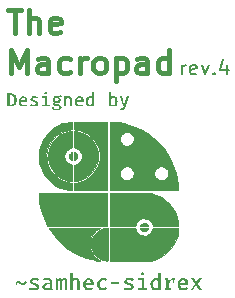
<source format=gto>
G04 #@! TF.GenerationSoftware,KiCad,Pcbnew,(5.1.10-1-10_14)*
G04 #@! TF.CreationDate,2021-09-20T16:01:33+08:00*
G04 #@! TF.ProjectId,SMP top plate v.2 ,534d5020-746f-4702-9070-6c6174652076,rev?*
G04 #@! TF.SameCoordinates,Original*
G04 #@! TF.FileFunction,Legend,Top*
G04 #@! TF.FilePolarity,Positive*
%FSLAX46Y46*%
G04 Gerber Fmt 4.6, Leading zero omitted, Abs format (unit mm)*
G04 Created by KiCad (PCBNEW (5.1.10-1-10_14)) date 2021-09-20 16:01:33*
%MOMM*%
%LPD*%
G01*
G04 APERTURE LIST*
%ADD10C,0.400000*%
%ADD11C,0.200000*%
%ADD12C,0.100000*%
%ADD13C,0.010000*%
%ADD14C,1.000000*%
%ADD15C,6.400000*%
%ADD16C,3.600000*%
G04 APERTURE END LIST*
D10*
X98212536Y-104903301D02*
X99355393Y-104903301D01*
X98783964Y-106903301D02*
X98783964Y-104903301D01*
X100022060Y-106903301D02*
X100022060Y-104903301D01*
X100879202Y-106903301D02*
X100879202Y-105855682D01*
X100783964Y-105665206D01*
X100593488Y-105569968D01*
X100307774Y-105569968D01*
X100117298Y-105665206D01*
X100022060Y-105760444D01*
X102593488Y-106808063D02*
X102403012Y-106903301D01*
X102022060Y-106903301D01*
X101831583Y-106808063D01*
X101736345Y-106617587D01*
X101736345Y-105855682D01*
X101831583Y-105665206D01*
X102022060Y-105569968D01*
X102403012Y-105569968D01*
X102593488Y-105665206D01*
X102688726Y-105855682D01*
X102688726Y-106046159D01*
X101736345Y-106236635D01*
X98498250Y-110303301D02*
X98498250Y-108303301D01*
X99164917Y-109731873D01*
X99831583Y-108303301D01*
X99831583Y-110303301D01*
X101641107Y-110303301D02*
X101641107Y-109255682D01*
X101545869Y-109065206D01*
X101355393Y-108969968D01*
X100974440Y-108969968D01*
X100783964Y-109065206D01*
X101641107Y-110208063D02*
X101450631Y-110303301D01*
X100974440Y-110303301D01*
X100783964Y-110208063D01*
X100688726Y-110017587D01*
X100688726Y-109827111D01*
X100783964Y-109636635D01*
X100974440Y-109541397D01*
X101450631Y-109541397D01*
X101641107Y-109446159D01*
X103450631Y-110208063D02*
X103260155Y-110303301D01*
X102879202Y-110303301D01*
X102688726Y-110208063D01*
X102593488Y-110112825D01*
X102498250Y-109922349D01*
X102498250Y-109350920D01*
X102593488Y-109160444D01*
X102688726Y-109065206D01*
X102879202Y-108969968D01*
X103260155Y-108969968D01*
X103450631Y-109065206D01*
X104307774Y-110303301D02*
X104307774Y-108969968D01*
X104307774Y-109350920D02*
X104403012Y-109160444D01*
X104498250Y-109065206D01*
X104688726Y-108969968D01*
X104879202Y-108969968D01*
X105831583Y-110303301D02*
X105641107Y-110208063D01*
X105545869Y-110112825D01*
X105450631Y-109922349D01*
X105450631Y-109350920D01*
X105545869Y-109160444D01*
X105641107Y-109065206D01*
X105831583Y-108969968D01*
X106117298Y-108969968D01*
X106307774Y-109065206D01*
X106403012Y-109160444D01*
X106498250Y-109350920D01*
X106498250Y-109922349D01*
X106403012Y-110112825D01*
X106307774Y-110208063D01*
X106117298Y-110303301D01*
X105831583Y-110303301D01*
X107355393Y-108969968D02*
X107355393Y-110969968D01*
X107355393Y-109065206D02*
X107545869Y-108969968D01*
X107926821Y-108969968D01*
X108117298Y-109065206D01*
X108212536Y-109160444D01*
X108307774Y-109350920D01*
X108307774Y-109922349D01*
X108212536Y-110112825D01*
X108117298Y-110208063D01*
X107926821Y-110303301D01*
X107545869Y-110303301D01*
X107355393Y-110208063D01*
X110022060Y-110303301D02*
X110022060Y-109255682D01*
X109926821Y-109065206D01*
X109736345Y-108969968D01*
X109355393Y-108969968D01*
X109164917Y-109065206D01*
X110022060Y-110208063D02*
X109831583Y-110303301D01*
X109355393Y-110303301D01*
X109164917Y-110208063D01*
X109069679Y-110017587D01*
X109069679Y-109827111D01*
X109164917Y-109636635D01*
X109355393Y-109541397D01*
X109831583Y-109541397D01*
X110022060Y-109446159D01*
X111831583Y-110303301D02*
X111831583Y-108303301D01*
X111831583Y-110208063D02*
X111641107Y-110303301D01*
X111260155Y-110303301D01*
X111069679Y-110208063D01*
X110974440Y-110112825D01*
X110879202Y-109922349D01*
X110879202Y-109350920D01*
X110974440Y-109160444D01*
X111069679Y-109065206D01*
X111260155Y-108969968D01*
X111641107Y-108969968D01*
X111831583Y-109065206D01*
D11*
X112962294Y-110372457D02*
X112962294Y-109572457D01*
X112962294Y-109801028D02*
X113019437Y-109686742D01*
X113076580Y-109629600D01*
X113190865Y-109572457D01*
X113305151Y-109572457D01*
X114162294Y-110315314D02*
X114048008Y-110372457D01*
X113819437Y-110372457D01*
X113705151Y-110315314D01*
X113648008Y-110201028D01*
X113648008Y-109743885D01*
X113705151Y-109629600D01*
X113819437Y-109572457D01*
X114048008Y-109572457D01*
X114162294Y-109629600D01*
X114219437Y-109743885D01*
X114219437Y-109858171D01*
X113648008Y-109972457D01*
X114619437Y-109572457D02*
X114905151Y-110372457D01*
X115190865Y-109572457D01*
X115648008Y-110258171D02*
X115705151Y-110315314D01*
X115648008Y-110372457D01*
X115590865Y-110315314D01*
X115648008Y-110258171D01*
X115648008Y-110372457D01*
X116733722Y-109572457D02*
X116733722Y-110372457D01*
X116448008Y-109115314D02*
X116162294Y-109972457D01*
X116905151Y-109972457D01*
D12*
G36*
X109729905Y-127272415D02*
G01*
X109690853Y-127367665D01*
X109590840Y-127405765D01*
X109489875Y-127367665D01*
X109451775Y-127272415D01*
X109490828Y-127175260D01*
X109590840Y-127137160D01*
X109690853Y-127176212D01*
X109729905Y-127272415D01*
G37*
G36*
X106960035Y-127952500D02*
G01*
X107649645Y-127952500D01*
X107649645Y-128127760D01*
X106960035Y-128127760D01*
X106960035Y-127952500D01*
G37*
G36*
X99353370Y-127963930D02*
G01*
X99429570Y-128023938D01*
X99492435Y-128042035D01*
X99589590Y-128002030D01*
X99673410Y-127885825D01*
X99808665Y-127950595D01*
X99744609Y-128061085D01*
X99674362Y-128144905D01*
X99590781Y-128197769D01*
X99486720Y-128215390D01*
X99370515Y-128186815D01*
X99260025Y-128104900D01*
X99182872Y-128044893D01*
X99115245Y-128024890D01*
X99018090Y-128064895D01*
X98934270Y-128181100D01*
X98799015Y-128116330D01*
X98863071Y-128007031D01*
X98933317Y-127922973D01*
X99016899Y-127869394D01*
X99120960Y-127851535D01*
X99240975Y-127880110D01*
X99353370Y-127963930D01*
G37*
G36*
X109737525Y-128480185D02*
G01*
X110011845Y-128480185D01*
X110011845Y-128636395D01*
X109225080Y-128636395D01*
X109225080Y-128480185D01*
X109524165Y-128480185D01*
X109524165Y-127786765D01*
X109234605Y-127786765D01*
X109234605Y-127630555D01*
X109737525Y-127630555D01*
X109737525Y-128480185D01*
G37*
G36*
X112339755Y-127630555D02*
G01*
X112303560Y-128002030D01*
X112151160Y-128002030D01*
X112151160Y-127796290D01*
X112053291Y-127818197D01*
X111969233Y-127880110D01*
X111899938Y-127978694D01*
X111846360Y-128110615D01*
X111846360Y-128483995D01*
X112048290Y-128483995D01*
X112048290Y-128636395D01*
X111484410Y-128636395D01*
X111484410Y-128483995D01*
X111633000Y-128483995D01*
X111633000Y-127782955D01*
X111484410Y-127782955D01*
X111484410Y-127630555D01*
X111794925Y-127630555D01*
X111833025Y-127862965D01*
X111898509Y-127749856D01*
X111976853Y-127669607D01*
X112071864Y-127621744D01*
X112187355Y-127605790D01*
X112339755Y-127630555D01*
G37*
G36*
X106493310Y-128400175D02*
G01*
X106590465Y-128537335D01*
X106517122Y-128588532D01*
X106430445Y-128627823D01*
X106335671Y-128652826D01*
X106238040Y-128661160D01*
X106095588Y-128645391D01*
X105975573Y-128598083D01*
X105877995Y-128519238D01*
X105806028Y-128413933D01*
X105762848Y-128287251D01*
X105748455Y-128139190D01*
X105763219Y-127993219D01*
X105807510Y-127863917D01*
X105879662Y-127755809D01*
X105978007Y-127673417D01*
X106099689Y-127621268D01*
X106241850Y-127603885D01*
X106369485Y-127617432D01*
X106485690Y-127658072D01*
X106590465Y-127725805D01*
X106491405Y-127859155D01*
X106369009Y-127796290D01*
X106245660Y-127775335D01*
X106133265Y-127797957D01*
X106047540Y-127865822D01*
X105993247Y-127979408D01*
X105975150Y-128139190D01*
X105993247Y-128294448D01*
X106047540Y-128402080D01*
X106133265Y-128464945D01*
X106245660Y-128485900D01*
X106367580Y-128464469D01*
X106493310Y-128400175D01*
G37*
G36*
X108628815Y-128363980D02*
G01*
X108611670Y-128292543D01*
X108543090Y-128241108D01*
X108478796Y-128216581D01*
X108388785Y-128190625D01*
X108243767Y-128142762D01*
X108140183Y-128082993D01*
X108078032Y-128002744D01*
X108057315Y-127893445D01*
X108084461Y-127775097D01*
X108165900Y-127682942D01*
X108246757Y-127639022D01*
X108344547Y-127612669D01*
X108459270Y-127603885D01*
X108600875Y-127616797D01*
X108728510Y-127655532D01*
X108842175Y-127720090D01*
X108750735Y-127855345D01*
X108611670Y-127788194D01*
X108464985Y-127765810D01*
X108322110Y-127793432D01*
X108274485Y-127876300D01*
X108296393Y-127939165D01*
X108371640Y-127985838D01*
X108437839Y-128009412D01*
X108529755Y-128036320D01*
X108672868Y-128087279D01*
X108774547Y-128148715D01*
X108835269Y-128232059D01*
X108855510Y-128348740D01*
X108823601Y-128484233D01*
X108727875Y-128582103D01*
X108636012Y-128626023D01*
X108530602Y-128652376D01*
X108411645Y-128661160D01*
X108254800Y-128645497D01*
X108117005Y-128598507D01*
X107998260Y-128520190D01*
X108110655Y-128390650D01*
X108177092Y-128435179D01*
X108250673Y-128469708D01*
X108329492Y-128491853D01*
X108411645Y-128499235D01*
X108501894Y-128490186D01*
X108570713Y-128463040D01*
X108628815Y-128363980D01*
G37*
G36*
X100627815Y-128363980D02*
G01*
X100610670Y-128292543D01*
X100542090Y-128241108D01*
X100477796Y-128216581D01*
X100387785Y-128190625D01*
X100242767Y-128142762D01*
X100139182Y-128082993D01*
X100077032Y-128002744D01*
X100056315Y-127893445D01*
X100083461Y-127775097D01*
X100164900Y-127682942D01*
X100245757Y-127639022D01*
X100343547Y-127612669D01*
X100458270Y-127603885D01*
X100599875Y-127616797D01*
X100727510Y-127655532D01*
X100841175Y-127720090D01*
X100749735Y-127855345D01*
X100610670Y-127788194D01*
X100463985Y-127765810D01*
X100321110Y-127793432D01*
X100273485Y-127876300D01*
X100295392Y-127939165D01*
X100370640Y-127985838D01*
X100436839Y-128009412D01*
X100528755Y-128036320D01*
X100671868Y-128087279D01*
X100773547Y-128148715D01*
X100834269Y-128232059D01*
X100854510Y-128348740D01*
X100822601Y-128484233D01*
X100726875Y-128582103D01*
X100635012Y-128626023D01*
X100529602Y-128652376D01*
X100410645Y-128661160D01*
X100253800Y-128645497D01*
X100116005Y-128598507D01*
X99997260Y-128520190D01*
X100109655Y-128390650D01*
X100176092Y-128435179D01*
X100249672Y-128469708D01*
X100328492Y-128491853D01*
X100410645Y-128499235D01*
X100500894Y-128490186D01*
X100569712Y-128463040D01*
X100627815Y-128363980D01*
G37*
G36*
X113069370Y-128495425D02*
G01*
X113203673Y-128473518D01*
X113334165Y-128407795D01*
X113425605Y-128537335D01*
X113348929Y-128589723D01*
X113259870Y-128628775D01*
X113162239Y-128653064D01*
X113059845Y-128661160D01*
X112917605Y-128645179D01*
X112798225Y-128597237D01*
X112701705Y-128517333D01*
X112630797Y-128410758D01*
X112588252Y-128282806D01*
X112574070Y-128133475D01*
X112587881Y-127990362D01*
X112629315Y-127862012D01*
X112696943Y-127754142D01*
X112789335Y-127672465D01*
X112902683Y-127621030D01*
X113033175Y-127603885D01*
X113157318Y-127618807D01*
X113263045Y-127663575D01*
X113350358Y-127738187D01*
X113415445Y-127838835D01*
X113454498Y-127961708D01*
X113467515Y-128106805D01*
X113461800Y-128202055D01*
X112793145Y-128057275D01*
X113259870Y-128057275D01*
X113242725Y-127931069D01*
X113198910Y-127838200D01*
X113129378Y-127781050D01*
X113035080Y-127762000D01*
X112941735Y-127780574D01*
X112867440Y-127836295D01*
X112816481Y-127928688D01*
X112793145Y-128057275D01*
X113461800Y-128202055D01*
X112795050Y-128202055D01*
X112821006Y-128330404D01*
X112879823Y-128422082D01*
X112964833Y-128477089D01*
X113069370Y-128495425D01*
G37*
G36*
X105068370Y-128495425D02*
G01*
X105202672Y-128473518D01*
X105333165Y-128407795D01*
X105424605Y-128537335D01*
X105347929Y-128589723D01*
X105258870Y-128628775D01*
X105161239Y-128653064D01*
X105058845Y-128661160D01*
X104916605Y-128645179D01*
X104797225Y-128597237D01*
X104700705Y-128517333D01*
X104629797Y-128410758D01*
X104587252Y-128282806D01*
X104573070Y-128133475D01*
X104586881Y-127990362D01*
X104628315Y-127862012D01*
X104695943Y-127754142D01*
X104788335Y-127672465D01*
X104901682Y-127621030D01*
X105032175Y-127603885D01*
X105156317Y-127618807D01*
X105262045Y-127663575D01*
X105349357Y-127738187D01*
X105414445Y-127838835D01*
X105453497Y-127961708D01*
X105466515Y-128106805D01*
X105460800Y-128202055D01*
X104792145Y-128057275D01*
X105258870Y-128057275D01*
X105241725Y-127931069D01*
X105197910Y-127838200D01*
X105128377Y-127781050D01*
X105034080Y-127762000D01*
X104940735Y-127780574D01*
X104866440Y-127836295D01*
X104815481Y-127928688D01*
X104792145Y-128057275D01*
X105460800Y-128202055D01*
X104794050Y-128202055D01*
X104820006Y-128330404D01*
X104878822Y-128422082D01*
X104963833Y-128477089D01*
X105068370Y-128495425D01*
G37*
G36*
X102033705Y-128516380D02*
G01*
X101746050Y-128375410D01*
X101746050Y-128152525D01*
X101627940Y-128152525D01*
X101502686Y-128164669D01*
X101416485Y-128201103D01*
X101366479Y-128260396D01*
X101349810Y-128341120D01*
X101392672Y-128463040D01*
X101519355Y-128504950D01*
X101647942Y-128470660D01*
X101746050Y-128375410D01*
X102033705Y-128516380D01*
X101984175Y-128661160D01*
X101853206Y-128616869D01*
X101776530Y-128522095D01*
X101714379Y-128582341D01*
X101638417Y-128625918D01*
X101551502Y-128652349D01*
X101456490Y-128661160D01*
X101319806Y-128639729D01*
X101214555Y-128575435D01*
X101147404Y-128475899D01*
X101125020Y-128348740D01*
X101156214Y-128208723D01*
X101249797Y-128104900D01*
X101344518Y-128057275D01*
X101462311Y-128028700D01*
X101603175Y-128019175D01*
X101746050Y-128019175D01*
X101746050Y-127954405D01*
X101731762Y-127872014D01*
X101688900Y-127815340D01*
X101618891Y-127782479D01*
X101523165Y-127771525D01*
X101399340Y-127784860D01*
X101256465Y-127822960D01*
X101203125Y-127672465D01*
X101322717Y-127634365D01*
X101440192Y-127611505D01*
X101555550Y-127603885D01*
X101677893Y-127613622D01*
X101778223Y-127642832D01*
X101856540Y-127691515D01*
X101932264Y-127797719D01*
X101957505Y-127941070D01*
X101957505Y-128390650D01*
X101974650Y-128475423D01*
X102033705Y-128516380D01*
G37*
G36*
X113673255Y-128636395D02*
G01*
X114035205Y-128106805D01*
X113713260Y-127630555D01*
X113959005Y-127630555D01*
X114164745Y-127984885D01*
X114370485Y-127630555D01*
X114604800Y-127630555D01*
X114290475Y-128097280D01*
X114652425Y-128636395D01*
X114402870Y-128636395D01*
X114155220Y-128224915D01*
X113909475Y-128636395D01*
X113673255Y-128636395D01*
G37*
G36*
X103224330Y-127889635D02*
G01*
X103224330Y-128636395D01*
X103035735Y-128636395D01*
X103035735Y-127918210D01*
X103023352Y-127802005D01*
X102969060Y-127769620D01*
X102891907Y-127794861D01*
X102820470Y-127870585D01*
X102820470Y-128636395D01*
X102647115Y-128636395D01*
X102647115Y-127918210D01*
X102634732Y-127802005D01*
X102580440Y-127769620D01*
X102503287Y-127794861D01*
X102431850Y-127870585D01*
X102431850Y-128636395D01*
X102241350Y-128636395D01*
X102241350Y-127630555D01*
X102401370Y-127630555D01*
X102416610Y-127739140D01*
X102513765Y-127638175D01*
X102631875Y-127603885D01*
X102741412Y-127635794D01*
X102803325Y-127731520D01*
X102902385Y-127637222D01*
X103024305Y-127603885D01*
X103107649Y-127620077D01*
X103170990Y-127668655D01*
X103210995Y-127756285D01*
X103224330Y-127889635D01*
G37*
G36*
X103687245Y-127754380D02*
G01*
X103753206Y-127689134D01*
X103829167Y-127641985D01*
X103912273Y-127613410D01*
X103999665Y-127603885D01*
X104121585Y-127623173D01*
X104209215Y-127681037D01*
X104262079Y-127775097D01*
X104279700Y-127902970D01*
X104279700Y-128636395D01*
X104066340Y-128636395D01*
X104066340Y-127935355D01*
X104032050Y-127806767D01*
X103921560Y-127767715D01*
X103792972Y-127810577D01*
X103687245Y-127916305D01*
X103687245Y-128636395D01*
X103473885Y-128636395D01*
X103473885Y-127228600D01*
X103687245Y-127205740D01*
X103687245Y-127754380D01*
G37*
G36*
X111135795Y-127226695D02*
G01*
X111135795Y-128636395D01*
X110947200Y-128636395D01*
X110931960Y-128512570D01*
X110876715Y-128576388D01*
X110810040Y-128623060D01*
X110733840Y-128651635D01*
X110650020Y-128661160D01*
X110534662Y-128645497D01*
X110440047Y-128598507D01*
X110366175Y-128520190D01*
X110313258Y-128414568D01*
X110281508Y-128285663D01*
X110270925Y-128133475D01*
X110283069Y-127987743D01*
X110319503Y-127859155D01*
X110378319Y-127752237D01*
X110457615Y-127671512D01*
X110555246Y-127620792D01*
X110669070Y-127603885D01*
X110809564Y-127631507D01*
X110833853Y-127795814D01*
X110724315Y-127767715D01*
X110626922Y-127790337D01*
X110555723Y-127858202D01*
X110512146Y-127972264D01*
X110497620Y-128133475D01*
X110510717Y-128293495D01*
X110550008Y-128407795D01*
X110615492Y-128476375D01*
X110707170Y-128499235D01*
X110823851Y-128463040D01*
X110922435Y-128354455D01*
X110922435Y-127880110D01*
X110833853Y-127795814D01*
X110809564Y-127631507D01*
X110922435Y-127714375D01*
X110922435Y-127201930D01*
X111135795Y-127226695D01*
G37*
G36*
X102762050Y-112274826D02*
G01*
X102658069Y-112296257D01*
X102594370Y-112300425D01*
X102519162Y-112301814D01*
X102585837Y-112341104D01*
X102475594Y-112410646D01*
X102421090Y-112354025D01*
X102330250Y-112335151D01*
X102256431Y-112346859D01*
X102203250Y-112381982D01*
X102171103Y-112436950D01*
X102160387Y-112508189D01*
X102171302Y-112580618D01*
X102204044Y-112635983D01*
X102257820Y-112671106D01*
X102331837Y-112682814D01*
X102401687Y-112671304D01*
X102452487Y-112636776D01*
X102483444Y-112580817D01*
X102493762Y-112505014D01*
X102475594Y-112410646D01*
X102585837Y-112341104D01*
X102633462Y-112389126D01*
X102662037Y-112447070D01*
X102671562Y-112516126D01*
X102661442Y-112593914D01*
X102631081Y-112662176D01*
X102582067Y-112718929D01*
X102515987Y-112762189D01*
X102434628Y-112789573D01*
X102339775Y-112798701D01*
X102225475Y-112784414D01*
X102198487Y-112815370D01*
X102188962Y-112854264D01*
X102214759Y-112901889D01*
X102292150Y-112917764D01*
X102438200Y-112917764D01*
X102522337Y-112925304D01*
X102596950Y-112947926D01*
X102659061Y-112983843D01*
X102705694Y-113031270D01*
X102734864Y-113087825D01*
X102744587Y-113151126D01*
X102717600Y-113262450D01*
X102636637Y-113345595D01*
X102554087Y-113383960D01*
X102450371Y-113406978D01*
X102325487Y-113414651D01*
X102199083Y-113407309D01*
X102102444Y-113385283D01*
X102032594Y-113349167D01*
X101986556Y-113299558D01*
X101960958Y-113235065D01*
X101952425Y-113154301D01*
X102111175Y-113154301D01*
X102129431Y-113229708D01*
X102193725Y-113270983D01*
X102250081Y-113281103D01*
X102327075Y-113284476D01*
X102436216Y-113276737D01*
X102509637Y-113253520D01*
X102565200Y-113162239D01*
X102521544Y-113083658D01*
X102403275Y-113055876D01*
X102258812Y-113055876D01*
X102159792Y-113044367D01*
X102088156Y-113009839D01*
X102044698Y-112957848D01*
X102030212Y-112893951D01*
X102054025Y-112811401D01*
X102122287Y-112743139D01*
X102057795Y-112699284D01*
X102013544Y-112647095D01*
X101987945Y-112584190D01*
X101979412Y-112508189D01*
X101990525Y-112425837D01*
X102023862Y-112353407D01*
X102077044Y-112293479D01*
X102147687Y-112248632D01*
X102232619Y-112220653D01*
X102328662Y-112211326D01*
X102451098Y-112207357D01*
X102545356Y-112192276D01*
X102628105Y-112165686D01*
X102716012Y-112127189D01*
X102762050Y-112274826D01*
G37*
G36*
X108169075Y-113074926D02*
G01*
X108130181Y-113169206D01*
X108081233Y-113248846D01*
X108022231Y-113313845D01*
X107950176Y-113363498D01*
X107862070Y-113397101D01*
X107757913Y-113414651D01*
X107735688Y-113281301D01*
X107810300Y-113265228D01*
X107869038Y-113242408D01*
X107950000Y-113176526D01*
X108003975Y-113071751D01*
X107943650Y-113071751D01*
X107661075Y-112233551D01*
X107849988Y-112233551D01*
X108061125Y-112947926D01*
X108275438Y-112233551D01*
X108458000Y-112233551D01*
X108169075Y-113074926D01*
G37*
G36*
X105537000Y-111897001D02*
G01*
X105537000Y-113071751D01*
X105379838Y-113071751D01*
X105367138Y-112968564D01*
X105321100Y-113021745D01*
X105265538Y-113060639D01*
X105202038Y-113084451D01*
X105132188Y-113092389D01*
X105036056Y-113079336D01*
X104957210Y-113040178D01*
X104895650Y-112974914D01*
X104851553Y-112886896D01*
X104825094Y-112779475D01*
X104816275Y-112652651D01*
X104826395Y-112531207D01*
X104856756Y-112424051D01*
X104905770Y-112334953D01*
X104971850Y-112267682D01*
X105053209Y-112225415D01*
X105148063Y-112211326D01*
X105265141Y-112234345D01*
X105285381Y-112371267D01*
X105194100Y-112347851D01*
X105112939Y-112366703D01*
X105053606Y-112423257D01*
X105017292Y-112518309D01*
X105005188Y-112652651D01*
X105016102Y-112786001D01*
X105048844Y-112881251D01*
X105103414Y-112938401D01*
X105179813Y-112957451D01*
X105277047Y-112927289D01*
X105359200Y-112836801D01*
X105359200Y-112441514D01*
X105285381Y-112371267D01*
X105265141Y-112234345D01*
X105359200Y-112303401D01*
X105359200Y-111876364D01*
X105537000Y-111897001D01*
G37*
G36*
X107180063Y-112211326D02*
G01*
X107260231Y-112420876D01*
X107206058Y-112366108D01*
X107130850Y-112347851D01*
X107030044Y-112381189D01*
X106949875Y-112468501D01*
X106949875Y-112860614D01*
X107022900Y-112933242D01*
X107114975Y-112957451D01*
X107196136Y-112938600D01*
X107255469Y-112882045D01*
X107291783Y-112786993D01*
X107303888Y-112652651D01*
X107292973Y-112515332D01*
X107260231Y-112420876D01*
X107180063Y-112211326D01*
X107277606Y-112224203D01*
X107356451Y-112262832D01*
X107416600Y-112327214D01*
X107458933Y-112414703D01*
X107484333Y-112522653D01*
X107492800Y-112651064D01*
X107483010Y-112774007D01*
X107453642Y-112880369D01*
X107404694Y-112970151D01*
X107338107Y-113038061D01*
X107255822Y-113078807D01*
X107157838Y-113092389D01*
X107071407Y-113080923D01*
X106998382Y-113046528D01*
X106938763Y-112989201D01*
X106929238Y-113071751D01*
X106772075Y-113071751D01*
X106772075Y-111897001D01*
X106949875Y-111876364D01*
X106949875Y-112333564D01*
X106996905Y-112281573D01*
X107052269Y-112243076D01*
X107113983Y-112219264D01*
X107180063Y-112211326D01*
G37*
G36*
X98439287Y-113071751D02*
G01*
X98355150Y-112932051D01*
X98458337Y-112932051D01*
X98549045Y-112920542D01*
X98623261Y-112886014D01*
X98680984Y-112828467D01*
X98722215Y-112747901D01*
X98746954Y-112644317D01*
X98755200Y-112517714D01*
X98746116Y-112378014D01*
X98718864Y-112272180D01*
X98673444Y-112200214D01*
X98578392Y-112138301D01*
X98456750Y-112117664D01*
X98355150Y-112117664D01*
X98355150Y-112932051D01*
X98439287Y-113071751D01*
X98171000Y-113071751D01*
X98171000Y-111976376D01*
X98421825Y-111976376D01*
X98535034Y-111983570D01*
X98636534Y-112005150D01*
X98726327Y-112041116D01*
X98804412Y-112091470D01*
X98867615Y-112161270D01*
X98912759Y-112255578D01*
X98939846Y-112374392D01*
X98948875Y-112517714D01*
X98939846Y-112661432D01*
X98912759Y-112781437D01*
X98867615Y-112877729D01*
X98804412Y-112950308D01*
X98727419Y-113003439D01*
X98640900Y-113041390D01*
X98544856Y-113064161D01*
X98439287Y-113071751D01*
G37*
G36*
X99528312Y-112954276D02*
G01*
X99640231Y-112936020D01*
X99748975Y-112881251D01*
X99825175Y-112989201D01*
X99761278Y-113032858D01*
X99687062Y-113065401D01*
X99605703Y-113085642D01*
X99520375Y-113092389D01*
X99401842Y-113079071D01*
X99302358Y-113039119D01*
X99221925Y-112972533D01*
X99162835Y-112883721D01*
X99127381Y-112777094D01*
X99115562Y-112652651D01*
X99127072Y-112533390D01*
X99161600Y-112426432D01*
X99217956Y-112336540D01*
X99294950Y-112268476D01*
X99389406Y-112225614D01*
X99498150Y-112211326D01*
X99601602Y-112223762D01*
X99689708Y-112261068D01*
X99762469Y-112323245D01*
X99816708Y-112407118D01*
X99849252Y-112509512D01*
X99860100Y-112630426D01*
X99855337Y-112709801D01*
X99298125Y-112589151D01*
X99687062Y-112589151D01*
X99672775Y-112483979D01*
X99636262Y-112406589D01*
X99578319Y-112358964D01*
X99499737Y-112343089D01*
X99421950Y-112358567D01*
X99360037Y-112405001D01*
X99317572Y-112481995D01*
X99298125Y-112589151D01*
X99855337Y-112709801D01*
X99299713Y-112709801D01*
X99321342Y-112816759D01*
X99370356Y-112893158D01*
X99441198Y-112938997D01*
X99528312Y-112954276D01*
G37*
G36*
X104290813Y-112954276D02*
G01*
X104402731Y-112936020D01*
X104511475Y-112881251D01*
X104587675Y-112989201D01*
X104523778Y-113032858D01*
X104449563Y-113065401D01*
X104368203Y-113085642D01*
X104282875Y-113092389D01*
X104164342Y-113079071D01*
X104064858Y-113039119D01*
X103984425Y-112972533D01*
X103925335Y-112883721D01*
X103889881Y-112777094D01*
X103878063Y-112652651D01*
X103889572Y-112533390D01*
X103924100Y-112426432D01*
X103980456Y-112336540D01*
X104057450Y-112268476D01*
X104151906Y-112225614D01*
X104260650Y-112211326D01*
X104364102Y-112223762D01*
X104452208Y-112261068D01*
X104524969Y-112323245D01*
X104579208Y-112407118D01*
X104611752Y-112509512D01*
X104622600Y-112630426D01*
X104617838Y-112709801D01*
X104060625Y-112589151D01*
X104449563Y-112589151D01*
X104435275Y-112483979D01*
X104398763Y-112406589D01*
X104340819Y-112358964D01*
X104262238Y-112343089D01*
X104184450Y-112358567D01*
X104122538Y-112405001D01*
X104080072Y-112481995D01*
X104060625Y-112589151D01*
X104617838Y-112709801D01*
X104062213Y-112709801D01*
X104083842Y-112816759D01*
X104132856Y-112893158D01*
X104203698Y-112938997D01*
X104290813Y-112954276D01*
G37*
G36*
X100590350Y-112844739D02*
G01*
X100576062Y-112785208D01*
X100518912Y-112742345D01*
X100465334Y-112721906D01*
X100390325Y-112700276D01*
X100269477Y-112660390D01*
X100183156Y-112610582D01*
X100131364Y-112543709D01*
X100114100Y-112452626D01*
X100136722Y-112354003D01*
X100204587Y-112277207D01*
X100271968Y-112240607D01*
X100353460Y-112218646D01*
X100449062Y-112211326D01*
X100567067Y-112222086D01*
X100673429Y-112254365D01*
X100768150Y-112308164D01*
X100691950Y-112420876D01*
X100576062Y-112364917D01*
X100453825Y-112346264D01*
X100334762Y-112369282D01*
X100295075Y-112438339D01*
X100313331Y-112490726D01*
X100376037Y-112529620D01*
X100431203Y-112549265D01*
X100507800Y-112571689D01*
X100627061Y-112614154D01*
X100711794Y-112665351D01*
X100762395Y-112734804D01*
X100779262Y-112832039D01*
X100752672Y-112944950D01*
X100672900Y-113026508D01*
X100596347Y-113063108D01*
X100508506Y-113085069D01*
X100409375Y-113092389D01*
X100278671Y-113079336D01*
X100163842Y-113040178D01*
X100064887Y-112974914D01*
X100158550Y-112866964D01*
X100213914Y-112904072D01*
X100275231Y-112932845D01*
X100340914Y-112951300D01*
X100409375Y-112957451D01*
X100484583Y-112949911D01*
X100541931Y-112927289D01*
X100590350Y-112844739D01*
G37*
G36*
X102962075Y-112233551D02*
G01*
X103116062Y-112233551D01*
X103128762Y-112343089D01*
X103185714Y-112286931D01*
X103251794Y-112245457D01*
X103324223Y-112219859D01*
X103400225Y-112211326D01*
X103501825Y-112227598D01*
X103574850Y-112276414D01*
X103618903Y-112354995D01*
X103633588Y-112460564D01*
X103633588Y-113071751D01*
X103455788Y-113071751D01*
X103455788Y-112549464D01*
X103447056Y-112429607D01*
X103412925Y-112367695D01*
X103336725Y-112347851D01*
X103227981Y-112382776D01*
X103139875Y-112470089D01*
X103139875Y-113071751D01*
X102962075Y-113071751D01*
X102962075Y-112233551D01*
G37*
G36*
X101514275Y-112941576D02*
G01*
X101742875Y-112941576D01*
X101742875Y-113071751D01*
X101087237Y-113071751D01*
X101087237Y-112941576D01*
X101336475Y-112941576D01*
X101336475Y-112363726D01*
X101095175Y-112363726D01*
X101095175Y-112233551D01*
X101514275Y-112233551D01*
X101514275Y-112941576D01*
G37*
G36*
X101507925Y-111935101D02*
G01*
X101475381Y-112014476D01*
X101392037Y-112046226D01*
X101307900Y-112014476D01*
X101276150Y-111935101D01*
X101308694Y-111854139D01*
X101392037Y-111822389D01*
X101475381Y-111854932D01*
X101507925Y-111935101D01*
G37*
D13*
G36*
X103875056Y-116977381D02*
G01*
X103920584Y-117009173D01*
X103935081Y-117020164D01*
X104015898Y-117102800D01*
X104059327Y-117201708D01*
X104069349Y-117295278D01*
X104051682Y-117417779D01*
X104001045Y-117519343D01*
X103920983Y-117594730D01*
X103841807Y-117631553D01*
X103794182Y-117646340D01*
X103794182Y-117306247D01*
X103794763Y-117169284D01*
X103797838Y-117070593D01*
X103805406Y-117006115D01*
X103819466Y-116971793D01*
X103842016Y-116963568D01*
X103875056Y-116977381D01*
G37*
X103875056Y-116977381D02*
X103920584Y-117009173D01*
X103935081Y-117020164D01*
X104015898Y-117102800D01*
X104059327Y-117201708D01*
X104069349Y-117295278D01*
X104051682Y-117417779D01*
X104001045Y-117519343D01*
X103920983Y-117594730D01*
X103841807Y-117631553D01*
X103794182Y-117646340D01*
X103794182Y-117306247D01*
X103794763Y-117169284D01*
X103797838Y-117070593D01*
X103805406Y-117006115D01*
X103819466Y-116971793D01*
X103842016Y-116963568D01*
X103875056Y-116977381D01*
G36*
X103632032Y-116982078D02*
G01*
X103639199Y-117031556D01*
X103643736Y-117117142D01*
X103645825Y-117241390D01*
X103646016Y-117304820D01*
X103645079Y-117419160D01*
X103642490Y-117517002D01*
X103638581Y-117591264D01*
X103633684Y-117634864D01*
X103630141Y-117643408D01*
X103603081Y-117633257D01*
X103557124Y-117608403D01*
X103548407Y-117603169D01*
X103457307Y-117525044D01*
X103399140Y-117426369D01*
X103376394Y-117315436D01*
X103391554Y-117200536D01*
X103412025Y-117148460D01*
X103456275Y-117080584D01*
X103514832Y-117020796D01*
X103575897Y-116979340D01*
X103622056Y-116966154D01*
X103632032Y-116982078D01*
G37*
X103632032Y-116982078D02*
X103639199Y-117031556D01*
X103643736Y-117117142D01*
X103645825Y-117241390D01*
X103646016Y-117304820D01*
X103645079Y-117419160D01*
X103642490Y-117517002D01*
X103638581Y-117591264D01*
X103633684Y-117634864D01*
X103630141Y-117643408D01*
X103603081Y-117633257D01*
X103557124Y-117608403D01*
X103548407Y-117603169D01*
X103457307Y-117525044D01*
X103399140Y-117426369D01*
X103376394Y-117315436D01*
X103391554Y-117200536D01*
X103412025Y-117148460D01*
X103456275Y-117080584D01*
X103514832Y-117020796D01*
X103575897Y-116979340D01*
X103622056Y-116966154D01*
X103632032Y-116982078D01*
G36*
X103944993Y-115197544D02*
G01*
X104230364Y-115246359D01*
X104503068Y-115333663D01*
X104759735Y-115456648D01*
X104996997Y-115612503D01*
X105211484Y-115798419D01*
X105399829Y-116011586D01*
X105558663Y-116249195D01*
X105684616Y-116508436D01*
X105752513Y-116705049D01*
X105816019Y-116997420D01*
X105838364Y-117289708D01*
X105820488Y-117578400D01*
X105763328Y-117859984D01*
X105667824Y-118130948D01*
X105534913Y-118387779D01*
X105365534Y-118626964D01*
X105187543Y-118819598D01*
X104979435Y-118995515D01*
X104752927Y-119143763D01*
X104514890Y-119260986D01*
X104272192Y-119343829D01*
X104031703Y-119388938D01*
X104019161Y-119390211D01*
X103941211Y-119398600D01*
X103874224Y-119407244D01*
X103841517Y-119412615D01*
X103793602Y-119422439D01*
X103804766Y-118036953D01*
X103884227Y-118020449D01*
X104032494Y-117969045D01*
X104170298Y-117881791D01*
X104289956Y-117765079D01*
X104383786Y-117625300D01*
X104400901Y-117590570D01*
X104447900Y-117440924D01*
X104460472Y-117278270D01*
X104438418Y-117114516D01*
X104410441Y-117025669D01*
X104339040Y-116894117D01*
X104236132Y-116774531D01*
X104111347Y-116674996D01*
X103974314Y-116603598D01*
X103872388Y-116573947D01*
X103794182Y-116559276D01*
X103794182Y-115182684D01*
X103944993Y-115197544D01*
G37*
X103944993Y-115197544D02*
X104230364Y-115246359D01*
X104503068Y-115333663D01*
X104759735Y-115456648D01*
X104996997Y-115612503D01*
X105211484Y-115798419D01*
X105399829Y-116011586D01*
X105558663Y-116249195D01*
X105684616Y-116508436D01*
X105752513Y-116705049D01*
X105816019Y-116997420D01*
X105838364Y-117289708D01*
X105820488Y-117578400D01*
X105763328Y-117859984D01*
X105667824Y-118130948D01*
X105534913Y-118387779D01*
X105365534Y-118626964D01*
X105187543Y-118819598D01*
X104979435Y-118995515D01*
X104752927Y-119143763D01*
X104514890Y-119260986D01*
X104272192Y-119343829D01*
X104031703Y-119388938D01*
X104019161Y-119390211D01*
X103941211Y-119398600D01*
X103874224Y-119407244D01*
X103841517Y-119412615D01*
X103793602Y-119422439D01*
X103804766Y-118036953D01*
X103884227Y-118020449D01*
X104032494Y-117969045D01*
X104170298Y-117881791D01*
X104289956Y-117765079D01*
X104383786Y-117625300D01*
X104400901Y-117590570D01*
X104447900Y-117440924D01*
X104460472Y-117278270D01*
X104438418Y-117114516D01*
X104410441Y-117025669D01*
X104339040Y-116894117D01*
X104236132Y-116774531D01*
X104111347Y-116674996D01*
X103974314Y-116603598D01*
X103872388Y-116573947D01*
X103794182Y-116559276D01*
X103794182Y-115182684D01*
X103944993Y-115197544D01*
G36*
X103646016Y-115873147D02*
G01*
X103645795Y-116065075D01*
X103645014Y-116218719D01*
X103643491Y-116338131D01*
X103641043Y-116427357D01*
X103637490Y-116490448D01*
X103632650Y-116531453D01*
X103626342Y-116554420D01*
X103618384Y-116563399D01*
X103615060Y-116563987D01*
X103579647Y-116571061D01*
X103519301Y-116589413D01*
X103461601Y-116609760D01*
X103340755Y-116673405D01*
X103224319Y-116767722D01*
X103123366Y-116881575D01*
X103048966Y-117003829D01*
X103033570Y-117040237D01*
X103007545Y-117119797D01*
X102994585Y-117193709D01*
X102992219Y-117280756D01*
X102994386Y-117338046D01*
X103001990Y-117435202D01*
X103016581Y-117509023D01*
X103043299Y-117578468D01*
X103077598Y-117644963D01*
X103179226Y-117789796D01*
X103306987Y-117904027D01*
X103456321Y-117983848D01*
X103502902Y-117999983D01*
X103635432Y-118040661D01*
X103641013Y-118731074D01*
X103641880Y-118897056D01*
X103641756Y-119048537D01*
X103640718Y-119180581D01*
X103638842Y-119288255D01*
X103636204Y-119366622D01*
X103632879Y-119410748D01*
X103630430Y-119418741D01*
X103602685Y-119415055D01*
X103545092Y-119407971D01*
X103469852Y-119398989D01*
X103466099Y-119398546D01*
X103294214Y-119368278D01*
X103108082Y-119318684D01*
X102927427Y-119255695D01*
X102793246Y-119196222D01*
X102529620Y-119040958D01*
X102295949Y-118856043D01*
X102093229Y-118642699D01*
X101922451Y-118402151D01*
X101784610Y-118135622D01*
X101680700Y-117844335D01*
X101672933Y-117816534D01*
X101646380Y-117682693D01*
X101629736Y-117520214D01*
X101623000Y-117341614D01*
X101626174Y-117159413D01*
X101639257Y-116986129D01*
X101662251Y-116834281D01*
X101672895Y-116787508D01*
X101716586Y-116645251D01*
X101777163Y-116488499D01*
X101847957Y-116332263D01*
X101922299Y-116191551D01*
X101975316Y-116106772D01*
X102054322Y-116004307D01*
X102156844Y-115889146D01*
X102271636Y-115772752D01*
X102387452Y-115666591D01*
X102482042Y-115590177D01*
X102690341Y-115457803D01*
X102925481Y-115346732D01*
X103175403Y-115261571D01*
X103428043Y-115206930D01*
X103513724Y-115195987D01*
X103646016Y-115182307D01*
X103646016Y-115873147D01*
G37*
X103646016Y-115873147D02*
X103645795Y-116065075D01*
X103645014Y-116218719D01*
X103643491Y-116338131D01*
X103641043Y-116427357D01*
X103637490Y-116490448D01*
X103632650Y-116531453D01*
X103626342Y-116554420D01*
X103618384Y-116563399D01*
X103615060Y-116563987D01*
X103579647Y-116571061D01*
X103519301Y-116589413D01*
X103461601Y-116609760D01*
X103340755Y-116673405D01*
X103224319Y-116767722D01*
X103123366Y-116881575D01*
X103048966Y-117003829D01*
X103033570Y-117040237D01*
X103007545Y-117119797D01*
X102994585Y-117193709D01*
X102992219Y-117280756D01*
X102994386Y-117338046D01*
X103001990Y-117435202D01*
X103016581Y-117509023D01*
X103043299Y-117578468D01*
X103077598Y-117644963D01*
X103179226Y-117789796D01*
X103306987Y-117904027D01*
X103456321Y-117983848D01*
X103502902Y-117999983D01*
X103635432Y-118040661D01*
X103641013Y-118731074D01*
X103641880Y-118897056D01*
X103641756Y-119048537D01*
X103640718Y-119180581D01*
X103638842Y-119288255D01*
X103636204Y-119366622D01*
X103632879Y-119410748D01*
X103630430Y-119418741D01*
X103602685Y-119415055D01*
X103545092Y-119407971D01*
X103469852Y-119398989D01*
X103466099Y-119398546D01*
X103294214Y-119368278D01*
X103108082Y-119318684D01*
X102927427Y-119255695D01*
X102793246Y-119196222D01*
X102529620Y-119040958D01*
X102295949Y-118856043D01*
X102093229Y-118642699D01*
X101922451Y-118402151D01*
X101784610Y-118135622D01*
X101680700Y-117844335D01*
X101672933Y-117816534D01*
X101646380Y-117682693D01*
X101629736Y-117520214D01*
X101623000Y-117341614D01*
X101626174Y-117159413D01*
X101639257Y-116986129D01*
X101662251Y-116834281D01*
X101672895Y-116787508D01*
X101716586Y-116645251D01*
X101777163Y-116488499D01*
X101847957Y-116332263D01*
X101922299Y-116191551D01*
X101975316Y-116106772D01*
X102054322Y-116004307D01*
X102156844Y-115889146D01*
X102271636Y-115772752D01*
X102387452Y-115666591D01*
X102482042Y-115590177D01*
X102690341Y-115457803D01*
X102925481Y-115346732D01*
X103175403Y-115261571D01*
X103428043Y-115206930D01*
X103513724Y-115195987D01*
X103646016Y-115182307D01*
X103646016Y-115873147D01*
G36*
X107143807Y-114411378D02*
G01*
X107591150Y-114449545D01*
X108040675Y-114527634D01*
X108487680Y-114643797D01*
X108927463Y-114796187D01*
X109355321Y-114982957D01*
X109766552Y-115202258D01*
X110156452Y-115452243D01*
X110520319Y-115731064D01*
X110535766Y-115744057D01*
X110667676Y-115860683D01*
X110812825Y-115997905D01*
X110962716Y-116146992D01*
X111108855Y-116299212D01*
X111242747Y-116445834D01*
X111355896Y-116578127D01*
X111395321Y-116627487D01*
X111675509Y-117020432D01*
X111921960Y-117433932D01*
X112133351Y-117864440D01*
X112308358Y-118308411D01*
X112445657Y-118762298D01*
X112543925Y-119222557D01*
X112601837Y-119685642D01*
X112614316Y-119892445D01*
X112626832Y-120204654D01*
X106821016Y-120204654D01*
X106821016Y-118787565D01*
X107672686Y-118787565D01*
X107704536Y-118941952D01*
X107706318Y-118947174D01*
X107776960Y-119089995D01*
X107879379Y-119205803D01*
X108010302Y-119291324D01*
X108078495Y-119319351D01*
X108205560Y-119351202D01*
X108324338Y-119351811D01*
X108450427Y-119322373D01*
X108581888Y-119259628D01*
X108692066Y-119167221D01*
X108777646Y-119052282D01*
X108835314Y-118921940D01*
X108861754Y-118783327D01*
X108861320Y-118775834D01*
X110591283Y-118775834D01*
X110616105Y-118924219D01*
X110668289Y-119045327D01*
X110761581Y-119170706D01*
X110878447Y-119264639D01*
X111012402Y-119325139D01*
X111156963Y-119350224D01*
X111305646Y-119337907D01*
X111451968Y-119286206D01*
X111453209Y-119285579D01*
X111572605Y-119203897D01*
X111675664Y-119092056D01*
X111725601Y-119013743D01*
X111750068Y-118939820D01*
X111762966Y-118839812D01*
X111764403Y-118728324D01*
X111754488Y-118619963D01*
X111733329Y-118529333D01*
X111721801Y-118501439D01*
X111636270Y-118372135D01*
X111527114Y-118273606D01*
X111400725Y-118206776D01*
X111263496Y-118172568D01*
X111121818Y-118171905D01*
X110982084Y-118205712D01*
X110850687Y-118274913D01*
X110751304Y-118361204D01*
X110659642Y-118488074D01*
X110606048Y-118628368D01*
X110591283Y-118775834D01*
X108861320Y-118775834D01*
X108853652Y-118643572D01*
X108818136Y-118531411D01*
X108735953Y-118395473D01*
X108630230Y-118290018D01*
X108507009Y-118216041D01*
X108372330Y-118174536D01*
X108232237Y-118166497D01*
X108092770Y-118192920D01*
X107959971Y-118254799D01*
X107839882Y-118353128D01*
X107826019Y-118368084D01*
X107733811Y-118498777D01*
X107682573Y-118639222D01*
X107672686Y-118787565D01*
X106821016Y-118787565D01*
X106821016Y-115783352D01*
X107677144Y-115783352D01*
X107681796Y-115931490D01*
X107696535Y-115996236D01*
X107758930Y-116142288D01*
X107850345Y-116261983D01*
X107965158Y-116352448D01*
X108097748Y-116410814D01*
X108242494Y-116434212D01*
X108393776Y-116419769D01*
X108477199Y-116394856D01*
X108605013Y-116326226D01*
X108710648Y-116228438D01*
X108790887Y-116108935D01*
X108842511Y-115975160D01*
X108862303Y-115834556D01*
X108847045Y-115694568D01*
X108817215Y-115608329D01*
X108749103Y-115497379D01*
X108654332Y-115394995D01*
X108547415Y-115316259D01*
X108524230Y-115303868D01*
X108444724Y-115278263D01*
X108341672Y-115263859D01*
X108229679Y-115260764D01*
X108123351Y-115269087D01*
X108037294Y-115288935D01*
X108011926Y-115300068D01*
X107880800Y-115392188D01*
X107779435Y-115507545D01*
X107710621Y-115639985D01*
X107677144Y-115783352D01*
X106821016Y-115783352D01*
X106821016Y-114398609D01*
X107143807Y-114411378D01*
G37*
X107143807Y-114411378D02*
X107591150Y-114449545D01*
X108040675Y-114527634D01*
X108487680Y-114643797D01*
X108927463Y-114796187D01*
X109355321Y-114982957D01*
X109766552Y-115202258D01*
X110156452Y-115452243D01*
X110520319Y-115731064D01*
X110535766Y-115744057D01*
X110667676Y-115860683D01*
X110812825Y-115997905D01*
X110962716Y-116146992D01*
X111108855Y-116299212D01*
X111242747Y-116445834D01*
X111355896Y-116578127D01*
X111395321Y-116627487D01*
X111675509Y-117020432D01*
X111921960Y-117433932D01*
X112133351Y-117864440D01*
X112308358Y-118308411D01*
X112445657Y-118762298D01*
X112543925Y-119222557D01*
X112601837Y-119685642D01*
X112614316Y-119892445D01*
X112626832Y-120204654D01*
X106821016Y-120204654D01*
X106821016Y-118787565D01*
X107672686Y-118787565D01*
X107704536Y-118941952D01*
X107706318Y-118947174D01*
X107776960Y-119089995D01*
X107879379Y-119205803D01*
X108010302Y-119291324D01*
X108078495Y-119319351D01*
X108205560Y-119351202D01*
X108324338Y-119351811D01*
X108450427Y-119322373D01*
X108581888Y-119259628D01*
X108692066Y-119167221D01*
X108777646Y-119052282D01*
X108835314Y-118921940D01*
X108861754Y-118783327D01*
X108861320Y-118775834D01*
X110591283Y-118775834D01*
X110616105Y-118924219D01*
X110668289Y-119045327D01*
X110761581Y-119170706D01*
X110878447Y-119264639D01*
X111012402Y-119325139D01*
X111156963Y-119350224D01*
X111305646Y-119337907D01*
X111451968Y-119286206D01*
X111453209Y-119285579D01*
X111572605Y-119203897D01*
X111675664Y-119092056D01*
X111725601Y-119013743D01*
X111750068Y-118939820D01*
X111762966Y-118839812D01*
X111764403Y-118728324D01*
X111754488Y-118619963D01*
X111733329Y-118529333D01*
X111721801Y-118501439D01*
X111636270Y-118372135D01*
X111527114Y-118273606D01*
X111400725Y-118206776D01*
X111263496Y-118172568D01*
X111121818Y-118171905D01*
X110982084Y-118205712D01*
X110850687Y-118274913D01*
X110751304Y-118361204D01*
X110659642Y-118488074D01*
X110606048Y-118628368D01*
X110591283Y-118775834D01*
X108861320Y-118775834D01*
X108853652Y-118643572D01*
X108818136Y-118531411D01*
X108735953Y-118395473D01*
X108630230Y-118290018D01*
X108507009Y-118216041D01*
X108372330Y-118174536D01*
X108232237Y-118166497D01*
X108092770Y-118192920D01*
X107959971Y-118254799D01*
X107839882Y-118353128D01*
X107826019Y-118368084D01*
X107733811Y-118498777D01*
X107682573Y-118639222D01*
X107672686Y-118787565D01*
X106821016Y-118787565D01*
X106821016Y-115783352D01*
X107677144Y-115783352D01*
X107681796Y-115931490D01*
X107696535Y-115996236D01*
X107758930Y-116142288D01*
X107850345Y-116261983D01*
X107965158Y-116352448D01*
X108097748Y-116410814D01*
X108242494Y-116434212D01*
X108393776Y-116419769D01*
X108477199Y-116394856D01*
X108605013Y-116326226D01*
X108710648Y-116228438D01*
X108790887Y-116108935D01*
X108842511Y-115975160D01*
X108862303Y-115834556D01*
X108847045Y-115694568D01*
X108817215Y-115608329D01*
X108749103Y-115497379D01*
X108654332Y-115394995D01*
X108547415Y-115316259D01*
X108524230Y-115303868D01*
X108444724Y-115278263D01*
X108341672Y-115263859D01*
X108229679Y-115260764D01*
X108123351Y-115269087D01*
X108037294Y-115288935D01*
X108011926Y-115300068D01*
X107880800Y-115392188D01*
X107779435Y-115507545D01*
X107710621Y-115639985D01*
X107677144Y-115783352D01*
X106821016Y-115783352D01*
X106821016Y-114398609D01*
X107143807Y-114411378D01*
G36*
X106630516Y-120204654D02*
G01*
X103794182Y-120204654D01*
X103794182Y-119554775D01*
X103968807Y-119542183D01*
X104220846Y-119504405D01*
X104476259Y-119429157D01*
X104727761Y-119319936D01*
X104968068Y-119180243D01*
X105189894Y-119013577D01*
X105319976Y-118893186D01*
X105520796Y-118662313D01*
X105686438Y-118411840D01*
X105816225Y-118145536D01*
X105909482Y-117867173D01*
X105965535Y-117580521D01*
X105983709Y-117289351D01*
X105963329Y-116997434D01*
X105903720Y-116708540D01*
X105804207Y-116426439D01*
X105773631Y-116358722D01*
X105690104Y-116193014D01*
X105605658Y-116052389D01*
X105510299Y-115922385D01*
X105394031Y-115788540D01*
X105340062Y-115731344D01*
X105114317Y-115525941D01*
X104865081Y-115353853D01*
X104596503Y-115217110D01*
X104312734Y-115117742D01*
X104017922Y-115057778D01*
X103946173Y-115049494D01*
X103794182Y-115034517D01*
X103794182Y-114404987D01*
X106630516Y-114404987D01*
X106630516Y-120204654D01*
G37*
X106630516Y-120204654D02*
X103794182Y-120204654D01*
X103794182Y-119554775D01*
X103968807Y-119542183D01*
X104220846Y-119504405D01*
X104476259Y-119429157D01*
X104727761Y-119319936D01*
X104968068Y-119180243D01*
X105189894Y-119013577D01*
X105319976Y-118893186D01*
X105520796Y-118662313D01*
X105686438Y-118411840D01*
X105816225Y-118145536D01*
X105909482Y-117867173D01*
X105965535Y-117580521D01*
X105983709Y-117289351D01*
X105963329Y-116997434D01*
X105903720Y-116708540D01*
X105804207Y-116426439D01*
X105773631Y-116358722D01*
X105690104Y-116193014D01*
X105605658Y-116052389D01*
X105510299Y-115922385D01*
X105394031Y-115788540D01*
X105340062Y-115731344D01*
X105114317Y-115525941D01*
X104865081Y-115353853D01*
X104596503Y-115217110D01*
X104312734Y-115117742D01*
X104017922Y-115057778D01*
X103946173Y-115049494D01*
X103794182Y-115034517D01*
X103794182Y-114404987D01*
X106630516Y-114404987D01*
X106630516Y-120204654D01*
G36*
X103646016Y-115039987D02*
G01*
X103595871Y-115039987D01*
X103552761Y-115043499D01*
X103480888Y-115052871D01*
X103393132Y-115066355D01*
X103357746Y-115072289D01*
X103059542Y-115143424D01*
X102782705Y-115248788D01*
X102528551Y-115385327D01*
X102298393Y-115549988D01*
X102093546Y-115739717D01*
X101915323Y-115951461D01*
X101765041Y-116182166D01*
X101644013Y-116428779D01*
X101553552Y-116688246D01*
X101494975Y-116957514D01*
X101469595Y-117233529D01*
X101478726Y-117513238D01*
X101523682Y-117793587D01*
X101605779Y-118071522D01*
X101726331Y-118343991D01*
X101855509Y-118562259D01*
X101942373Y-118678338D01*
X102053429Y-118805396D01*
X102178024Y-118932761D01*
X102305503Y-119049760D01*
X102425209Y-119145720D01*
X102467084Y-119174872D01*
X102684273Y-119300729D01*
X102917865Y-119404844D01*
X103156475Y-119483100D01*
X103388719Y-119531381D01*
X103481974Y-119541758D01*
X103646016Y-119554761D01*
X103646016Y-120204654D01*
X103577224Y-120201976D01*
X103520485Y-120197870D01*
X103440018Y-120189783D01*
X103360266Y-120180335D01*
X103019419Y-120116074D01*
X102694034Y-120013863D01*
X102386532Y-119876023D01*
X102099332Y-119704879D01*
X101834855Y-119502753D01*
X101595523Y-119271969D01*
X101383755Y-119014851D01*
X101201973Y-118733722D01*
X101052597Y-118430904D01*
X100938048Y-118108722D01*
X100863131Y-117783589D01*
X100845356Y-117640041D01*
X100835003Y-117469065D01*
X100832085Y-117284915D01*
X100836614Y-117101843D01*
X100848605Y-116934104D01*
X100862234Y-116828570D01*
X100938530Y-116486365D01*
X101052228Y-116163752D01*
X101203691Y-115860028D01*
X101393281Y-115574489D01*
X101621362Y-115306430D01*
X101676168Y-115250306D01*
X101937077Y-115017573D01*
X102218022Y-114820142D01*
X102516147Y-114659350D01*
X102828594Y-114536531D01*
X103152510Y-114453019D01*
X103471391Y-114411085D01*
X103646016Y-114398699D01*
X103646016Y-115039987D01*
G37*
X103646016Y-115039987D02*
X103595871Y-115039987D01*
X103552761Y-115043499D01*
X103480888Y-115052871D01*
X103393132Y-115066355D01*
X103357746Y-115072289D01*
X103059542Y-115143424D01*
X102782705Y-115248788D01*
X102528551Y-115385327D01*
X102298393Y-115549988D01*
X102093546Y-115739717D01*
X101915323Y-115951461D01*
X101765041Y-116182166D01*
X101644013Y-116428779D01*
X101553552Y-116688246D01*
X101494975Y-116957514D01*
X101469595Y-117233529D01*
X101478726Y-117513238D01*
X101523682Y-117793587D01*
X101605779Y-118071522D01*
X101726331Y-118343991D01*
X101855509Y-118562259D01*
X101942373Y-118678338D01*
X102053429Y-118805396D01*
X102178024Y-118932761D01*
X102305503Y-119049760D01*
X102425209Y-119145720D01*
X102467084Y-119174872D01*
X102684273Y-119300729D01*
X102917865Y-119404844D01*
X103156475Y-119483100D01*
X103388719Y-119531381D01*
X103481974Y-119541758D01*
X103646016Y-119554761D01*
X103646016Y-120204654D01*
X103577224Y-120201976D01*
X103520485Y-120197870D01*
X103440018Y-120189783D01*
X103360266Y-120180335D01*
X103019419Y-120116074D01*
X102694034Y-120013863D01*
X102386532Y-119876023D01*
X102099332Y-119704879D01*
X101834855Y-119502753D01*
X101595523Y-119271969D01*
X101383755Y-119014851D01*
X101201973Y-118733722D01*
X101052597Y-118430904D01*
X100938048Y-118108722D01*
X100863131Y-117783589D01*
X100845356Y-117640041D01*
X100835003Y-117469065D01*
X100832085Y-117284915D01*
X100836614Y-117101843D01*
X100848605Y-116934104D01*
X100862234Y-116828570D01*
X100938530Y-116486365D01*
X101052228Y-116163752D01*
X101203691Y-115860028D01*
X101393281Y-115574489D01*
X101621362Y-115306430D01*
X101676168Y-115250306D01*
X101937077Y-115017573D01*
X102218022Y-114820142D01*
X102516147Y-114659350D01*
X102828594Y-114536531D01*
X103152510Y-114453019D01*
X103471391Y-114411085D01*
X103646016Y-114398699D01*
X103646016Y-115039987D01*
G36*
X109846791Y-122972642D02*
G01*
X109941661Y-123023784D01*
X110005505Y-123090588D01*
X110041405Y-123139782D01*
X110060406Y-123175955D01*
X110058452Y-123201105D01*
X110031482Y-123217233D01*
X109975439Y-123226336D01*
X109886263Y-123230413D01*
X109759898Y-123231463D01*
X109719422Y-123231487D01*
X109379329Y-123231487D01*
X109394116Y-123183862D01*
X109445862Y-123083624D01*
X109527806Y-123010090D01*
X109634707Y-122966805D01*
X109730391Y-122956320D01*
X109846791Y-122972642D01*
G37*
X109846791Y-122972642D02*
X109941661Y-123023784D01*
X110005505Y-123090588D01*
X110041405Y-123139782D01*
X110060406Y-123175955D01*
X110058452Y-123201105D01*
X110031482Y-123217233D01*
X109975439Y-123226336D01*
X109886263Y-123230413D01*
X109759898Y-123231463D01*
X109719422Y-123231487D01*
X109379329Y-123231487D01*
X109394116Y-123183862D01*
X109445862Y-123083624D01*
X109527806Y-123010090D01*
X109634707Y-122966805D01*
X109730391Y-122956320D01*
X109846791Y-122972642D01*
G36*
X108466724Y-120400708D02*
G01*
X108769788Y-120402152D01*
X109033656Y-120403513D01*
X109261464Y-120404885D01*
X109456350Y-120406363D01*
X109621450Y-120408038D01*
X109759901Y-120410006D01*
X109874839Y-120412359D01*
X109969402Y-120415190D01*
X110046726Y-120418595D01*
X110109947Y-120422665D01*
X110162204Y-120427495D01*
X110206632Y-120433178D01*
X110246368Y-120439807D01*
X110284549Y-120447477D01*
X110323394Y-120456073D01*
X110669346Y-120554764D01*
X110994264Y-120689080D01*
X111296256Y-120857542D01*
X111573434Y-121058674D01*
X111823907Y-121290996D01*
X112045785Y-121553031D01*
X112237177Y-121843302D01*
X112336318Y-122029838D01*
X112417753Y-122216696D01*
X112489322Y-122419497D01*
X112548137Y-122627198D01*
X112591312Y-122828755D01*
X112615962Y-123013124D01*
X112620682Y-123117843D01*
X112620682Y-123231487D01*
X110466393Y-123231487D01*
X110451669Y-123152112D01*
X110420274Y-123051994D01*
X110365692Y-122941677D01*
X110297528Y-122837737D01*
X110225384Y-122756752D01*
X110219751Y-122751780D01*
X110070096Y-122647749D01*
X109910648Y-122583735D01*
X109744956Y-122560280D01*
X109576569Y-122577925D01*
X109423322Y-122630461D01*
X109286012Y-122714409D01*
X109167150Y-122827415D01*
X109074084Y-122960497D01*
X109014164Y-123104676D01*
X109005216Y-123141442D01*
X108988709Y-123220904D01*
X107904862Y-123226387D01*
X106821016Y-123231871D01*
X106821016Y-120393001D01*
X108466724Y-120400708D01*
G37*
X108466724Y-120400708D02*
X108769788Y-120402152D01*
X109033656Y-120403513D01*
X109261464Y-120404885D01*
X109456350Y-120406363D01*
X109621450Y-120408038D01*
X109759901Y-120410006D01*
X109874839Y-120412359D01*
X109969402Y-120415190D01*
X110046726Y-120418595D01*
X110109947Y-120422665D01*
X110162204Y-120427495D01*
X110206632Y-120433178D01*
X110246368Y-120439807D01*
X110284549Y-120447477D01*
X110323394Y-120456073D01*
X110669346Y-120554764D01*
X110994264Y-120689080D01*
X111296256Y-120857542D01*
X111573434Y-121058674D01*
X111823907Y-121290996D01*
X112045785Y-121553031D01*
X112237177Y-121843302D01*
X112336318Y-122029838D01*
X112417753Y-122216696D01*
X112489322Y-122419497D01*
X112548137Y-122627198D01*
X112591312Y-122828755D01*
X112615962Y-123013124D01*
X112620682Y-123117843D01*
X112620682Y-123231487D01*
X110466393Y-123231487D01*
X110451669Y-123152112D01*
X110420274Y-123051994D01*
X110365692Y-122941677D01*
X110297528Y-122837737D01*
X110225384Y-122756752D01*
X110219751Y-122751780D01*
X110070096Y-122647749D01*
X109910648Y-122583735D01*
X109744956Y-122560280D01*
X109576569Y-122577925D01*
X109423322Y-122630461D01*
X109286012Y-122714409D01*
X109167150Y-122827415D01*
X109074084Y-122960497D01*
X109014164Y-123104676D01*
X109005216Y-123141442D01*
X108988709Y-123220904D01*
X107904862Y-123226387D01*
X106821016Y-123231871D01*
X106821016Y-120393001D01*
X108466724Y-120400708D01*
G36*
X106630516Y-123231487D02*
G01*
X101557475Y-123231487D01*
X101439124Y-122993362D01*
X101238841Y-122546946D01*
X101077779Y-122093418D01*
X100956669Y-121635544D01*
X100876244Y-121176091D01*
X100837240Y-120717945D01*
X100824471Y-120395154D01*
X106630516Y-120395154D01*
X106630516Y-123231487D01*
G37*
X106630516Y-123231487D02*
X101557475Y-123231487D01*
X101439124Y-122993362D01*
X101238841Y-122546946D01*
X101077779Y-122093418D01*
X100956669Y-121635544D01*
X100876244Y-121176091D01*
X100837240Y-120717945D01*
X100824471Y-120395154D01*
X106630516Y-120395154D01*
X106630516Y-123231487D01*
G36*
X109861870Y-123380780D02*
G01*
X109963169Y-123384281D01*
X110027302Y-123390336D01*
X110056823Y-123399126D01*
X110059516Y-123403613D01*
X110042793Y-123456069D01*
X109999635Y-123516849D01*
X109940558Y-123573622D01*
X109882701Y-123610985D01*
X109767090Y-123647915D01*
X109649779Y-123644823D01*
X109625599Y-123639625D01*
X109564910Y-123611851D01*
X109499785Y-123562349D01*
X109440664Y-123501771D01*
X109397989Y-123440768D01*
X109382182Y-123391288D01*
X109402168Y-123387360D01*
X109457401Y-123383998D01*
X109540798Y-123381446D01*
X109645274Y-123379947D01*
X109720849Y-123379654D01*
X109861870Y-123380780D01*
G37*
X109861870Y-123380780D02*
X109963169Y-123384281D01*
X110027302Y-123390336D01*
X110056823Y-123399126D01*
X110059516Y-123403613D01*
X110042793Y-123456069D01*
X109999635Y-123516849D01*
X109940558Y-123573622D01*
X109882701Y-123610985D01*
X109767090Y-123647915D01*
X109649779Y-123644823D01*
X109625599Y-123639625D01*
X109564910Y-123611851D01*
X109499785Y-123562349D01*
X109440664Y-123501771D01*
X109397989Y-123440768D01*
X109382182Y-123391288D01*
X109402168Y-123387360D01*
X109457401Y-123383998D01*
X109540798Y-123381446D01*
X109645274Y-123379947D01*
X109720849Y-123379654D01*
X109861870Y-123380780D01*
G36*
X106651682Y-124766070D02*
G01*
X106651632Y-125042640D01*
X106651430Y-125279872D01*
X106650994Y-125480762D01*
X106650244Y-125648305D01*
X106649101Y-125785497D01*
X106647484Y-125895333D01*
X106645313Y-125980810D01*
X106642508Y-126044921D01*
X106638989Y-126090664D01*
X106634675Y-126121034D01*
X106629487Y-126139026D01*
X106623343Y-126147635D01*
X106616165Y-126149858D01*
X106614641Y-126149803D01*
X106574279Y-126145667D01*
X106508268Y-126137751D01*
X106450599Y-126130348D01*
X106222048Y-126080308D01*
X106012846Y-125995512D01*
X105825030Y-125879832D01*
X105660636Y-125737143D01*
X105521699Y-125571319D01*
X105410255Y-125386234D01*
X105328341Y-125185760D01*
X105277992Y-124973773D01*
X105261244Y-124754147D01*
X105280134Y-124530754D01*
X105336696Y-124307470D01*
X105405434Y-124141654D01*
X105500979Y-123982544D01*
X105626217Y-123828094D01*
X105770952Y-123688628D01*
X105924986Y-123574467D01*
X106016682Y-123522875D01*
X106182734Y-123453365D01*
X106350368Y-123405061D01*
X106505907Y-123381620D01*
X106551141Y-123379966D01*
X106651682Y-123379654D01*
X106651682Y-124766070D01*
G37*
X106651682Y-124766070D02*
X106651632Y-125042640D01*
X106651430Y-125279872D01*
X106650994Y-125480762D01*
X106650244Y-125648305D01*
X106649101Y-125785497D01*
X106647484Y-125895333D01*
X106645313Y-125980810D01*
X106642508Y-126044921D01*
X106638989Y-126090664D01*
X106634675Y-126121034D01*
X106629487Y-126139026D01*
X106623343Y-126147635D01*
X106616165Y-126149858D01*
X106614641Y-126149803D01*
X106574279Y-126145667D01*
X106508268Y-126137751D01*
X106450599Y-126130348D01*
X106222048Y-126080308D01*
X106012846Y-125995512D01*
X105825030Y-125879832D01*
X105660636Y-125737143D01*
X105521699Y-125571319D01*
X105410255Y-125386234D01*
X105328341Y-125185760D01*
X105277992Y-124973773D01*
X105261244Y-124754147D01*
X105280134Y-124530754D01*
X105336696Y-124307470D01*
X105405434Y-124141654D01*
X105500979Y-123982544D01*
X105626217Y-123828094D01*
X105770952Y-123688628D01*
X105924986Y-123574467D01*
X106016682Y-123522875D01*
X106182734Y-123453365D01*
X106350368Y-123405061D01*
X106505907Y-123381620D01*
X106551141Y-123379966D01*
X106651682Y-123379654D01*
X106651682Y-124766070D01*
G36*
X105814606Y-123476132D02*
G01*
X105734513Y-123531284D01*
X105658749Y-123587941D01*
X105602103Y-123634978D01*
X105596528Y-123640174D01*
X105454013Y-123800049D01*
X105327929Y-123988695D01*
X105225606Y-124193537D01*
X105156032Y-124395654D01*
X105135372Y-124506866D01*
X105123002Y-124642941D01*
X105119128Y-124788964D01*
X105123951Y-124930020D01*
X105137675Y-125051194D01*
X105146531Y-125094154D01*
X105221898Y-125319380D01*
X105331138Y-125533256D01*
X105469292Y-125729230D01*
X105631402Y-125900752D01*
X105812510Y-126041271D01*
X105904671Y-126095751D01*
X105966543Y-126129688D01*
X106000943Y-126152338D01*
X106005208Y-126164512D01*
X105976678Y-126167026D01*
X105912691Y-126160692D01*
X105810585Y-126146323D01*
X105762682Y-126139144D01*
X105301666Y-126048823D01*
X104844127Y-125918605D01*
X104395408Y-125750840D01*
X103960852Y-125547880D01*
X103545802Y-125312073D01*
X103155600Y-125045772D01*
X102996139Y-124921952D01*
X102845186Y-124793362D01*
X102680070Y-124641271D01*
X102511586Y-124476372D01*
X102350529Y-124309361D01*
X102207694Y-124150929D01*
X102155086Y-124088737D01*
X102076897Y-123991190D01*
X101992267Y-123880764D01*
X101906952Y-123765464D01*
X101826705Y-123653295D01*
X101757281Y-123552262D01*
X101704432Y-123470370D01*
X101679627Y-123427279D01*
X101654859Y-123379654D01*
X105961780Y-123379654D01*
X105814606Y-123476132D01*
G37*
X105814606Y-123476132D02*
X105734513Y-123531284D01*
X105658749Y-123587941D01*
X105602103Y-123634978D01*
X105596528Y-123640174D01*
X105454013Y-123800049D01*
X105327929Y-123988695D01*
X105225606Y-124193537D01*
X105156032Y-124395654D01*
X105135372Y-124506866D01*
X105123002Y-124642941D01*
X105119128Y-124788964D01*
X105123951Y-124930020D01*
X105137675Y-125051194D01*
X105146531Y-125094154D01*
X105221898Y-125319380D01*
X105331138Y-125533256D01*
X105469292Y-125729230D01*
X105631402Y-125900752D01*
X105812510Y-126041271D01*
X105904671Y-126095751D01*
X105966543Y-126129688D01*
X106000943Y-126152338D01*
X106005208Y-126164512D01*
X105976678Y-126167026D01*
X105912691Y-126160692D01*
X105810585Y-126146323D01*
X105762682Y-126139144D01*
X105301666Y-126048823D01*
X104844127Y-125918605D01*
X104395408Y-125750840D01*
X103960852Y-125547880D01*
X103545802Y-125312073D01*
X103155600Y-125045772D01*
X102996139Y-124921952D01*
X102845186Y-124793362D01*
X102680070Y-124641271D01*
X102511586Y-124476372D01*
X102350529Y-124309361D01*
X102207694Y-124150929D01*
X102155086Y-124088737D01*
X102076897Y-123991190D01*
X101992267Y-123880764D01*
X101906952Y-123765464D01*
X101826705Y-123653295D01*
X101757281Y-123552262D01*
X101704432Y-123470370D01*
X101679627Y-123427279D01*
X101654859Y-123379654D01*
X105961780Y-123379654D01*
X105814606Y-123476132D01*
G36*
X108987838Y-123390237D02*
G01*
X109012254Y-123485487D01*
X109074611Y-123648195D01*
X109171897Y-123787142D01*
X109303492Y-123901556D01*
X109385865Y-123951414D01*
X109539740Y-124011326D01*
X109704230Y-124036133D01*
X109868082Y-124025018D01*
X109979117Y-123994401D01*
X110122165Y-123919570D01*
X110249163Y-123812839D01*
X110352373Y-123682808D01*
X110424061Y-123538079D01*
X110441633Y-123480195D01*
X110466708Y-123379654D01*
X112626970Y-123379654D01*
X112614584Y-123554279D01*
X112570039Y-123886511D01*
X112484904Y-124210016D01*
X112360516Y-124521937D01*
X112198208Y-124819419D01*
X111999317Y-125099605D01*
X111775363Y-125349501D01*
X111511017Y-125586012D01*
X111229344Y-125783953D01*
X110929640Y-125943687D01*
X110611201Y-126065578D01*
X110273322Y-126149988D01*
X110197099Y-126163435D01*
X110153264Y-126169519D01*
X110099170Y-126174797D01*
X110031840Y-126179321D01*
X109948300Y-126183144D01*
X109845572Y-126186317D01*
X109720683Y-126188893D01*
X109570656Y-126190924D01*
X109392516Y-126192463D01*
X109183287Y-126193560D01*
X108939994Y-126194270D01*
X108659660Y-126194643D01*
X108413807Y-126194735D01*
X106821016Y-126194820D01*
X106821016Y-123379269D01*
X108987838Y-123390237D01*
G37*
X108987838Y-123390237D02*
X109012254Y-123485487D01*
X109074611Y-123648195D01*
X109171897Y-123787142D01*
X109303492Y-123901556D01*
X109385865Y-123951414D01*
X109539740Y-124011326D01*
X109704230Y-124036133D01*
X109868082Y-124025018D01*
X109979117Y-123994401D01*
X110122165Y-123919570D01*
X110249163Y-123812839D01*
X110352373Y-123682808D01*
X110424061Y-123538079D01*
X110441633Y-123480195D01*
X110466708Y-123379654D01*
X112626970Y-123379654D01*
X112614584Y-123554279D01*
X112570039Y-123886511D01*
X112484904Y-124210016D01*
X112360516Y-124521937D01*
X112198208Y-124819419D01*
X111999317Y-125099605D01*
X111775363Y-125349501D01*
X111511017Y-125586012D01*
X111229344Y-125783953D01*
X110929640Y-125943687D01*
X110611201Y-126065578D01*
X110273322Y-126149988D01*
X110197099Y-126163435D01*
X110153264Y-126169519D01*
X110099170Y-126174797D01*
X110031840Y-126179321D01*
X109948300Y-126183144D01*
X109845572Y-126186317D01*
X109720683Y-126188893D01*
X109570656Y-126190924D01*
X109392516Y-126192463D01*
X109183287Y-126193560D01*
X108939994Y-126194270D01*
X108659660Y-126194643D01*
X108413807Y-126194735D01*
X106821016Y-126194820D01*
X106821016Y-123379269D01*
X108987838Y-123390237D01*
%LPC*%
D14*
X177551080Y-71074280D02*
X119250460Y-71074280D01*
X177550460Y-71074280D02*
X177550460Y-129367280D01*
X177551080Y-129372360D02*
X119249500Y-129368320D01*
X92158820Y-131414520D02*
X92158820Y-69032120D01*
X94919800Y-66255900D02*
X181737000Y-66255900D01*
X184533799Y-131414520D02*
X184533799Y-69032120D01*
X94917260Y-134193280D02*
X181737000Y-134165319D01*
X119249500Y-71074280D02*
X119249500Y-129368320D01*
D15*
X181787255Y-131465320D03*
D16*
X181787255Y-131465320D03*
D15*
X94858819Y-131490720D03*
D16*
X94858819Y-131490720D03*
D15*
X181833800Y-68955920D03*
D16*
X181833800Y-68955920D03*
D15*
X94869000Y-68955920D03*
D16*
X94869000Y-68955920D03*
M02*

</source>
